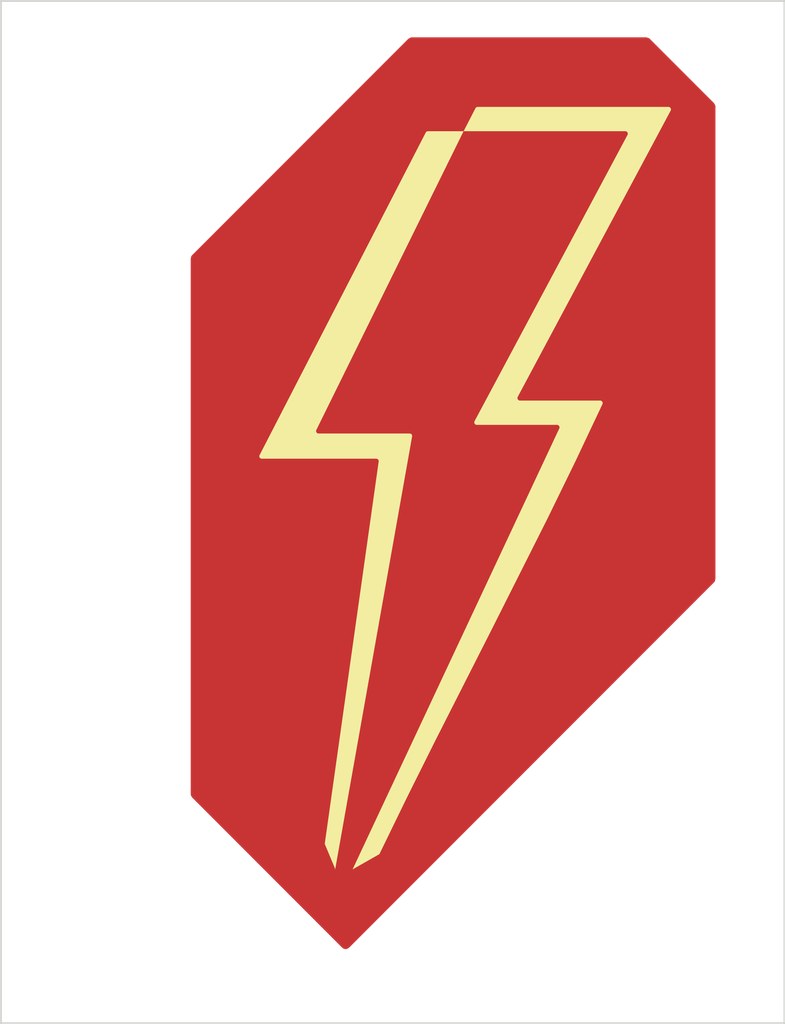
<source format=kicad_pcb>
(kicad_pcb
	(version 20241229)
	(generator "pcbnew")
	(generator_version "9.0")
	(general
		(thickness 1.6)
		(legacy_teardrops no)
	)
	(paper "A4")
	(layers
		(0 "F.Cu" signal)
		(2 "B.Cu" signal)
		(9 "F.Adhes" user "F.Adhesive")
		(11 "B.Adhes" user "B.Adhesive")
		(13 "F.Paste" user)
		(15 "B.Paste" user)
		(5 "F.SilkS" user "F.Silkscreen")
		(7 "B.SilkS" user "B.Silkscreen")
		(1 "F.Mask" user)
		(3 "B.Mask" user)
		(17 "Dwgs.User" user "User.Drawings")
		(19 "Cmts.User" user "User.Comments")
		(21 "Eco1.User" user "User.Eco1")
		(23 "Eco2.User" user "User.Eco2")
		(25 "Edge.Cuts" user)
		(27 "Margin" user)
		(31 "F.CrtYd" user "F.Courtyard")
		(29 "B.CrtYd" user "B.Courtyard")
		(35 "F.Fab" user)
		(33 "B.Fab" user)
		(39 "User.1" user)
		(41 "User.2" user)
		(43 "User.3" user)
		(45 "User.4" user)
	)
	(setup
		(pad_to_mask_clearance 0)
		(allow_soldermask_bridges_in_footprints no)
		(tenting front back)
		(pcbplotparams
			(layerselection 0x00000000_00000000_55555555_5755f5ff)
			(plot_on_all_layers_selection 0x00000000_00000000_00000000_00000000)
			(disableapertmacros no)
			(usegerberextensions no)
			(usegerberattributes yes)
			(usegerberadvancedattributes yes)
			(creategerberjobfile yes)
			(dashed_line_dash_ratio 12.000000)
			(dashed_line_gap_ratio 3.000000)
			(svgprecision 4)
			(plotframeref no)
			(mode 1)
			(useauxorigin no)
			(hpglpennumber 1)
			(hpglpenspeed 20)
			(hpglpendiameter 15.000000)
			(pdf_front_fp_property_popups yes)
			(pdf_back_fp_property_popups yes)
			(pdf_metadata yes)
			(pdf_single_document no)
			(dxfpolygonmode yes)
			(dxfimperialunits yes)
			(dxfusepcbnewfont yes)
			(psnegative no)
			(psa4output no)
			(plot_black_and_white yes)
			(sketchpadsonfab no)
			(plotpadnumbers no)
			(hidednponfab no)
			(sketchdnponfab yes)
			(crossoutdnponfab yes)
			(subtractmaskfromsilk no)
			(outputformat 1)
			(mirror no)
			(drillshape 1)
			(scaleselection 1)
			(outputdirectory "")
		)
	)
	(net 0 "")
	(gr_poly
		(pts
			(xy 136.991636 80.782559) (xy 136.996246 80.783023) (xy 137.000734 80.783783) (xy 137.005093 80.784827)
			(xy 137.009316 80.786142) (xy 137.013395 80.787718) (xy 137.017325 80.789543) (xy 137.021097 80.791604)
			(xy 137.024705 80.793891) (xy 137.028142 80.796391) (xy 137.031401 80.799093) (xy 137.034475 80.801985)
			(xy 137.037358 80.805056) (xy 137.040041 80.808293) (xy 137.042518 80.811685) (xy 137.044783 80.815221)
			(xy 137.046828 80.818888) (xy 137.048646 80.822675) (xy 137.05023 80.82657) (xy 137.051574 80.830562)
			(xy 137.05267 80.834639) (xy 137.053511 80.838789) (xy 137.054091 80.843) (xy 137.054402 80.847261)
			(xy 137.054437 80.85156) (xy 137.05419 80.855885) (xy 137.053654 80.860225) (xy 137.052821 80.864568)
			(xy 137.051684 80.868902) (xy 137.050238 80.873216) (xy 137.048474 80.877498) (xy 137.046385 80.881735)
			(xy 132.968856 88.505536) (xy 132.966765 88.509778) (xy 132.964999 88.514063) (xy 132.963551 88.51838)
			(xy 132.962413 88.522717) (xy 132.96158 88.527062) (xy 132.961044 88.531404) (xy 132.960798 88.53573)
			(xy 132.960834 88.54003) (xy 132.961147 88.544291) (xy 132.961728 88.548503) (xy 132.962572 88.552652)
			(xy 132.96367 88.556728) (xy 132.965016 88.560719) (xy 132.966603 88.564614) (xy 132.968424 88.568399)
			(xy 132.970472 88.572065) (xy 132.97274 88.575599) (xy 132.97522 88.57899) (xy 132.977906 88.582225)
			(xy 132.980792 88.585294) (xy 132.983868 88.588184) (xy 132.98713 88.590884) (xy 132.99057 88.593382)
			(xy 132.99418 88.595667) (xy 132.997954 88.597727) (xy 133.001884 88.59955) (xy 133.005965 88.601124)
			(xy 133.010188 88.602439) (xy 133.014547 88.603481) (xy 133.019034 88.604241) (xy 133.023644 88.604705)
			(xy 133.028368 88.604862) (xy 135.165943 88.604862) (xy 135.170519 88.60501) (xy 135.174991 88.605447)
			(xy 135.179351 88.606163) (xy 135.183593 88.607148) (xy 135.18771 88.608389) (xy 135.191695 88.609878)
			(xy 135.195543 88.611604) (xy 135.199245 88.613555) (xy 135.202795 88.615722) (xy 135.206188 88.618093)
			(xy 135.209415 88.620659) (xy 135.21247 88.623409) (xy 135.215347 88.626331) (xy 135.218038 88.629417)
			(xy 135.220538 88.632654) (xy 135.222839 88.636033) (xy 135.224935 88.639543) (xy 135.226819 88.643174)
			(xy 135.228484 88.646914) (xy 135.229923 88.650754) (xy 135.231131 88.654683) (xy 135.232099 88.658689)
			(xy 135.232822 88.662764) (xy 135.233293 88.666895) (xy 135.233505 88.671074) (xy 135.233451 88.675288)
			(xy 135.233124 88.679528) (xy 135.232519 88.683782) (xy 135.231628 88.688041) (xy 135.230444 88.692294)
			(xy 135.228962 88.696531) (xy 135.227173 88.70074) (xy 134.499897 90.238459) (xy 133.761957 91.748649)
			(xy 132.266284 94.7189) (xy 130.764548 97.676412) (xy 130.01903 99.170679) (xy 129.281145 100.686105)
			(xy 128.565078 101.093025) (xy 134.076002 89.348202) (xy 134.07779 89.343989) (xy 134.079272 89.339749)
			(xy 134.080455 89.335493) (xy 134.081344 89.331231) (xy 134.081947 89.326974) (xy 134.082271 89.322732)
			(xy 134.082322 89.318516) (xy 134.082107 89.314336) (xy 134.081633 89.310203) (xy 134.080907 89.306127)
			(xy 134.079935 89.30212) (xy 134.078724 89.29819) (xy 134.077281 89.29435) (xy 134.075613 89.290609)
			(xy 134.073726 89.286979) (xy 134.071627 89.283469) (xy 134.069324 89.28009) (xy 134.066822 89.276853)
			(xy 134.064128 89.273768) (xy 134.06125 89.270845) (xy 134.058194 89.268096) (xy 134.054967 89.265531)
			(xy 134.051575 89.26316) (xy 134.048025 89.260994) (xy 134.044325 89.259043) (xy 134.04048 89.257319)
			(xy 134.036498 89.25583) (xy 134.032386 89.254589) (xy 134.028149 89.253605) (xy 134.023796 89.252889)
			(xy 134.019332 89.252452) (xy 134.014764 89.252304) (xy 131.877226 89.252304) (xy 131.872501 89.252147)
			(xy 131.86789 89.251683) (xy 131.863402 89.250923) (xy 131.859042 89.24988) (xy 131.854819 89.248566)
			(xy 131.850738 89.246991) (xy 131.846806 89.245168) (xy 131.843032 89.243108) (xy 131.839421 89.240823)
			(xy 131.835982 89.238325) (xy 131.83272 89.235625) (xy 131.829643 89.232734) (xy 131.826758 89.229666)
			(xy 131.824071 89.226431) (xy 131.821591 89.223041) (xy 131.819323 89.219507) (xy 131.817276 89.215842)
			(xy 131.815455 89.212057) (xy 131.813868 89.208164) (xy 131.812522 89.204174) (xy 131.811424 89.200099)
			(xy 131.810581 89.195951) (xy 131.81 89.191742) (xy 131.809687 89.187483) (xy 131.809651 89.183185)
			(xy 131.809897 89.178861) (xy 131.810434 89.174522) (xy 131.811267 89.17018) (xy 131.812404 89.165847)
			(xy 131.813853 89.161534) (xy 131.815619 89.157253) (xy 131.81771 89.153015) (xy 135.895223 81.529194)
			(xy 135.89731 81.524953) (xy 135.899073 81.520668) (xy 135.900519 81.516352) (xy 135.901654 81.512015)
			(xy 135.902484 81.507671) (xy 135.903019 81.503329) (xy 135.903263 81.499003) (xy 135.903225 81.494703)
			(xy 135.902911 81.490442) (xy 135.902328 81.486231) (xy 135.901484 81.482081) (xy 135.900384 81.478005)
			(xy 135.899037 81.474014) (xy 135.89745 81.47012) (xy 135.895628 81.466334) (xy 135.89358 81.462668)
			(xy 135.891312 81.459134) (xy 135.888832 81.455743) (xy 135.886145 81.452507) (xy 135.88326 81.449439)
			(xy 135.880184 81.446548) (xy 135.876922 81.443848) (xy 135.873483 81.441349) (xy 135.869873 81.439064)
			(xy 135.866099 81.437004) (xy 135.862169 81.435181) (xy 135.858088 81.433606) (xy 135.853865 81.432292)
			(xy 135.849507 81.431249) (xy 135.845019 81.43049) (xy 135.84041 81.430025) (xy 135.835686 81.429868)
			(xy 131.525936 81.429868) (xy 131.840827 80.819101) (xy 131.843131 80.814988) (xy 131.845692 80.81108)
			(xy 131.848496 80.807385) (xy 131.85153 80.803911) (xy 131.85478 80.800667) (xy 131.858231 80.797661)
			(xy 131.861871 80.794901) (xy 131.865685 80.792397) (xy 131.869659 80.790155) (xy 131.87378 80.788185)
			(xy 131.878034 80.786496) (xy 131.882406 80.785095) (xy 131.886883 80.78399) (xy 131.891452 80.783191)
			(xy 131.896098 80.782705) (xy 131.900808 80.782541) (xy 136.986911 80.782401)
		)
		(stroke
			(width 0)
			(type solid)
		)
		(fill yes)
		(layer "F.SilkS")
		(uuid "245bc607-6a9c-4843-8691-f211a52a805c")
	)
	(gr_poly
		(pts
			(xy 128.16 101.22) (xy 128.160325 101.220398) (xy 128.160649 101.220785) (xy 128.161299 101.221525)
			(xy 128.161951 101.222228) (xy 128.162607 101.222899) (xy 128.163268 101.223545) (xy 128.163935 101.224172)
			(xy 128.16461 101.224787) (xy 128.165294 101.225397) (xy 128.165175 101.225299) (xy 128.165051 101.225206)
			(xy 128.164922 101.225119) (xy 128.164788 101.225037) (xy 128.16451 101.224886) (xy 128.16422 101.224747)
			(xy 128.163921 101.224618) (xy 128.163617 101.224495) (xy 128.163008 101.224249) (xy 128.162711 101.224119)
			(xy 128.162422 101.223978) (xy 128.162146 101.223823) (xy 128.162014 101.223739) (xy 128.161887 101.223649)
			(xy 128.161765 101.223555) (xy 128.161648 101.223454) (xy 128.161536 101.223346) (xy 128.161431 101.223232)
			(xy 128.161333 101.22311) (xy 128.161242 101.22298) (xy 128.161159 101.222842) (xy 128.161084 101.222694)
			(xy 128.159951 101.219991)
		)
		(stroke
			(width 0)
			(type solid)
		)
		(fill yes)
		(layer "F.SilkS")
		(uuid "af5c31ce-41b8-4714-9a4e-165def80c3d8")
	)
	(gr_poly
		(pts
			(xy 131.525907 81.429932) (xy 131.525885 81.429984) (xy 131.525861 81.430034) (xy 131.525836 81.430082)
			(xy 131.52581 81.430127) (xy 131.525783 81.43017) (xy 131.525755 81.430211) (xy 131.525726 81.43025)
			(xy 131.525697 81.430287) (xy 131.525667 81.430322) (xy 131.525606 81.430388) (xy 131.525544 81.43045)
			(xy 131.525482 81.430507) (xy 131.525359 81.430615) (xy 131.5253 81.430667) (xy 131.525244 81.430719)
			(xy 131.525192 81.430773) (xy 131.525167 81.430801) (xy 131.525143 81.43083) (xy 131.525121 81.43086)
			(xy 131.5251 81.430891) (xy 131.525081 81.430922) (xy 131.525063 81.430956) (xy 127.599351 89.387312)
			(xy 127.59749 89.391417) (xy 127.595933 89.395554) (xy 127.594674 89.399714) (xy 127.593705 89.403886)
			(xy 127.59302 89.408058) (xy 127.592614 89.41222) (xy 127.592478 89.416362) (xy 127.592607 89.420473)
			(xy 127.592994 89.424542) (xy 127.593633 89.428558) (xy 127.594516 89.432511) (xy 127.595638 89.436389)
			(xy 127.596991 89.440183) (xy 127.598569 89.443881) (xy 127.600365 89.447473) (xy 127.602374 89.450948)
			(xy 127.604588 89.454296) (xy 127.607 89.457505) (xy 127.609605 89.460565) (xy 127.612395 89.463465)
			(xy 127.615364 89.466195) (xy 127.618506 89.468744) (xy 127.621813 89.471101) (xy 127.625279 89.473255)
			(xy 127.628899 89.475195) (xy 127.632664 89.476912) (xy 127.636568 89.478394) (xy 127.640606 89.479631)
			(xy 127.644769 89.480611) (xy 127.649053 89.481325) (xy 127.653449 89.481761) (xy 127.657952 89.481909)
			(xy 130.088224 89.481909) (xy 130.092019 89.482016) (xy 130.095752 89.482332) (xy 130.099418 89.482853)
			(xy 130.103011 89.48357) (xy 130.106526 89.484479) (xy 130.109958 89.485574) (xy 130.113302 89.486847)
			(xy 130.116553 89.488293) (xy 130.119705 89.489906) (xy 130.122754 89.49168) (xy 130.125693 89.493608)
			(xy 130.128518 89.495685) (xy 130.131223 89.497904) (xy 130.133804 89.500259) (xy 130.136254 89.502744)
			(xy 130.13857 89.505353) (xy 130.140745 89.508079) (xy 130.142774 89.510917) (xy 130.144653 89.513861)
			(xy 130.146375 89.516904) (xy 130.147936 89.52004) (xy 130.14933 89.523263) (xy 130.150553 89.526567)
			(xy 130.151599 89.529945) (xy 130.152462 89.533393) (xy 130.153138 89.536903) (xy 130.153621 89.540469)
			(xy 130.153906 89.544085) (xy 130.153989 89.547745) (xy 130.153862 89.551444) (xy 130.153523 89.555174)
			(xy 130.152964 89.55893) (xy 128.108625 101.051991) (xy 128.108135 101.055072) (xy 128.107764 101.058101)
			(xy 128.107502 101.061082) (xy 128.107338 101.064022) (xy 128.10726 101.066923) (xy 128.107258 101.069793)
			(xy 128.107434 101.075454) (xy 128.108906 101.097779) (xy 127.829854 100.429445) (xy 127.829038 100.427407)
			(xy 127.828297 100.425344) (xy 127.827633 100.42326) (xy 127.827045 100.421155) (xy 127.826531 100.419032)
			(xy 127.826091 100.416893) (xy 127.825725 100.414741) (xy 127.825432 100.412577) (xy 127.825211 100.410403)
			(xy 127.825062 100.408222) (xy 127.824984 100.406036) (xy 127.824977 100.403847) (xy 127.82504 100.401657)
			(xy 127.825173 100.399468) (xy 127.825374 100.397282) (xy 127.825644 100.395102) (xy 129.26109 90.227812)
			(xy 129.261508 90.224125) (xy 129.261719 90.220468) (xy 129.261729 90.216846) (xy 129.261543 90.213267)
			(xy 129.261165 90.209734) (xy 129.260601 90.206254) (xy 129.259854 90.202833) (xy 129.258931 90.199476)
			(xy 129.257835 90.196189) (xy 129.256572 90.192978) (xy 129.255147 90.189848) (xy 129.253564 90.186805)
			(xy 129.251829 90.183855) (xy 129.249946 90.181004) (xy 129.24792 90.178256) (xy 129.245756 90.175619)
			(xy 129.243459 90.173097) (xy 129.241034 90.170697) (xy 129.238486 90.168424) (xy 129.235819 90.166283)
			(xy 129.233038 90.164281) (xy 129.230149 90.162423) (xy 129.227156 90.160715) (xy 129.224064 90.159162)
			(xy 129.220878 90.157771) (xy 129.217602 90.156547) (xy 129.214243 90.155495) (xy 129.210804 90.154622)
			(xy 129.20729 90.153933) (xy 129.203706 90.153434) (xy 129.200058 90.15313) (xy 129.19635 90.153028)
			(xy 126.144352 90.153028) (xy 126.139802 90.152878) (xy 126.135361 90.152435) (xy 126.131034 90.151711)
			(xy 126.12683 90.150717) (xy 126.122754 90.149463) (xy 126.118814 90.14796) (xy 126.115016 90.146219)
			(xy 126.111367 90.144252) (xy 126.107874 90.14207) (xy 126.104543 90.139682) (xy 126.101382 90.137101)
			(xy 126.098396 90.134337) (xy 126.095593 90.131402) (xy 126.09298 90.128305) (xy 126.090563 90.125059)
			(xy 126.088348 90.121674) (xy 126.086344 90.118161) (xy 126.084556 90.114531) (xy 126.082991 90.110796)
			(xy 126.081656 90.106965) (xy 126.080558 90.103051) (xy 126.079703 90.099064) (xy 126.079099 90.095015)
			(xy 126.078751 90.090914) (xy 126.078667 90.086774) (xy 126.078854 90.082605) (xy 126.079318 90.078418)
			(xy 126.080066 90.074223) (xy 126.081104 90.070033) (xy 126.08244 90.065857) (xy 126.08408 90.061708)
			(xy 126.086031 90.057595) (xy 130.515715 81.465559) (xy 130.517953 81.461566) (xy 130.520443 81.457773)
			(xy 130.52317 81.454189) (xy 130.526121 81.450821) (xy 130.529282 81.447676) (xy 130.53264 81.444764)
			(xy 130.536181 81.442092) (xy 130.539891 81.439667) (xy 130.543757 81.437498) (xy 130.547766 81.435592)
			(xy 130.551902 81.433958) (xy 130.556154 81.432603) (xy 130.560507 81.431536) (xy 130.564947 81.430763)
			(xy 130.569461 81.430294) (xy 130.574036 81.430136) (xy 131.525928 81.429876)
		)
		(stroke
			(width 0)
			(type solid)
		)
		(fill yes)
		(layer "F.SilkS")
		(uuid "cf5d6d7c-65a5-4cbd-a827-b5cf2ef9c900")
	)
	(gr_rect
		(start 119.19 77.96)
		(end 140.08 105.19)
		(stroke
			(width 0.05)
			(type default)
		)
		(fill no)
		(layer "Edge.Cuts")
		(uuid "35320a68-95b0-48dd-b445-7b81271b784c")
	)
	(zone
		(net 0)
		(net_name "")
		(layer "F.Cu")
		(uuid "d6241f8e-ac59-4246-b0c1-adee99206f14")
		(hatch edge 0.5)
		(priority 1)
		(connect_pads
			(clearance 0.5)
		)
		(min_thickness 0.25)
		(filled_areas_thickness no)
		(fill yes
			(thermal_gap 0.5)
			(thermal_bridge_width 0.5)
			(island_removal_mode 1)
			(island_area_min 10)
		)
		(polygon
			(pts
				(xy 130.09 78.93) (xy 136.45 78.93) (xy 138.24 80.72) (xy 138.24 93.41) (xy 128.38 103.27) (xy 124.25 99.14)
				(xy 124.25 84.77)
			)
		)
		(filled_polygon
			(layer "F.Cu")
			(island)
			(pts
				(xy 136.465677 78.949685) (xy 136.486319 78.966319) (xy 138.203681 80.683681) (xy 138.237166 80.745004)
				(xy 138.24 80.771362) (xy 138.24 93.358638) (xy 138.220315 93.425677) (xy 138.203681 93.446319)
				(xy 128.467681 103.182319) (xy 128.406358 103.215804) (xy 128.336666 103.21082) (xy 128.292319 103.182319)
				(xy 124.286319 99.176319) (xy 124.252834 99.114996) (xy 124.25 99.088638) (xy 124.25 84.821362)
				(xy 124.269685 84.754323) (xy 124.286319 84.733681) (xy 130.053681 78.966319) (xy 130.115004 78.932834)
				(xy 130.141362 78.93) (xy 136.398638 78.93)
			)
		)
	)
	(zone
		(net 0)
		(net_name "")
		(layers "*.Mask")
		(uuid "4895c955-a5e1-41b5-acab-d2161b80a0c5")
		(hatch edge 0.5)
		(priority 1)
		(connect_pads
			(clearance 0.5)
		)
		(min_thickness 0.25)
		(filled_areas_thickness no)
		(fill yes
			(thermal_gap 0.5)
			(thermal_bridge_width 0.5)
			(island_removal_mode 1)
			(island_area_min 10)
		)
		(polygon
			(pts
				(xy 131.525936 81.429868) (xy 135.835686 81.429868) (xy 135.84041 81.430025) (xy 135.845019 81.43049)
				(xy 135.849507 81.431249) (xy 135.853865 81.432292) (xy 135.858088 81.433606) (xy 135.862169 81.435181)
				(xy 135.866099 81.437004) (xy 135.869873 81.439064) (xy 135.873483 81.441349) (xy 135.880184 81.446548)
				(xy 135.88326 81.449439) (xy 135.886145 81.452507) (xy 135.888832 81.455743) (xy 135.891312 81.459134)
				(xy 135.89358 81.462668) (xy 135.895628 81.466334) (xy 135.89745 81.47012) (xy 135.899037 81.474014)
				(xy 135.900384 81.478005) (xy 135.901484 81.482081) (xy 135.902328 81.486231) (xy 135.902911 81.490442)
				(xy 135.903263 81.499003) (xy 135.902484 81.507671) (xy 135.901654 81.512015) (xy 135.900519 81.516352)
				(xy 135.899073 81.520668) (xy 135.89731 81.524953) (xy 135.895223 81.529194) (xy 131.81771 89.153015)
				(xy 131.811267 89.17018) (xy 131.809897 89.178861) (xy 131.809651 89.183185) (xy 131.81 89.191742)
				(xy 131.811424 89.200099) (xy 131.812921 89.205595) (xy 131.81555 89.212575) (xy 131.818489 89.218284)
				(xy 131.819323 89.219507) (xy 131.822535 89.224465) (xy 131.826758 89.229666) (xy 131.830392 89.233537)
				(xy 131.832763 89.235641) (xy 131.836005 89.238342) (xy 131.839421 89.240823) (xy 131.842738 89.242939)
				(xy 131.846684 89.245139) (xy 131.850738 89.246991) (xy 131.854785 89.248568) (xy 131.859087 89.249924)
				(xy 131.863402 89.250923) (xy 131.867848 89.251676) (xy 131.87257 89.252162) (xy 131.877226 89.252304)
				(xy 134.019332 89.252452) (xy 134.028149 89.253605) (xy 134.036498 89.25583) (xy 134.044325 89.259043)
				(xy 134.051575 89.26316) (xy 134.058194 89.268096) (xy 134.066822 89.276853) (xy 134.073726 89.286979)
				(xy 134.078724 89.29819) (xy 134.081633 89.310203) (xy 134.082271 89.322732) (xy 134.081344 89.331231)
				(xy 134.079272 89.339749) (xy 134.076002 89.348202) (xy 128.565078 101.093025) (xy 128.5327 101.132635)
				(xy 128.503599 101.160827) (xy 128.458128 101.200842) (xy 128.430014 101.219727) (xy 128.410056 101.22874)
				(xy 128.392887 101.237539) (xy 128.369709 101.243119) (xy 128.324443 101.248132) (xy 128.271696 101.25086)
				(xy 128.203489 101.239947) (xy 128.165294 101.225397) (xy 128.146196 101.212665) (xy 128.129826 101.180835)
				(xy 128.115275 101.133545) (xy 128.107338 101.064022) (xy 128.107338 101.062966) (xy 128.10809 101.055478)
				(xy 130.151438 89.566496) (xy 130.153614 89.554206) (xy 130.153924 89.549034) (xy 130.153924 89.543862)
				(xy 130.153577 89.539553) (xy 130.151599 89.529945) (xy 130.149931 89.524801) (xy 130.146935 89.517821)
				(xy 130.144663 89.513645) (xy 130.140197 89.507399) (xy 130.137908 89.504489) (xy 130.134319 89.500702)
				(xy 130.129939 89.496745) (xy 130.125746 89.493598) (xy 130.122844 89.491676) (xy 130.119114 89.489528)
				(xy 130.115911 89.487965) (xy 130.110956 89.485949) (xy 130.106439 89.484423) (xy 130.101879 89.483311)
				(xy 130.09948 89.482879) (xy 130.095752 89.482332) (xy 130.092087 89.482008) (xy 130.089933 89.481907)
				(xy 130.088891 89.481925) (xy 127.661498 89.481821) (xy 127.649792 89.481398) (xy 127.637774 89.478855)
				(xy 127.625629 89.473386) (xy 127.615391 89.466201) (xy 127.609361 89.460218) (xy 127.60385 89.453265)
				(xy 127.599611 89.445423) (xy 127.596983 89.440336) (xy 127.593804 89.429229) (xy 127.592628 89.421526)
				(xy 127.59267 89.411733) (xy 127.59356 89.404908) (xy 127.595383 89.397532) (xy 127.59593 89.395614)
				(xy 127.596853 89.393221) (xy 127.597475 89.391413) (xy 127.59902 89.38804) (xy 131.525063 81.430956)
				(xy 131.525063 81.430741)
			)
		)
		(filled_polygon
			(layer "F.Mask")
			(island)
			(pts
				(xy 135.808444 81.449553) (xy 135.854199 81.502357) (xy 135.864143 81.571515) (xy 135.850748 81.612349)
				(xy 131.817711 89.15301) (xy 131.817711 89.153011) (xy 131.811269 89.170171) (xy 131.811267 89.170178)
				(xy 131.809897 89.178863) (xy 131.809895 89.178872) (xy 131.80965 89.183175) (xy 131.80965 89.183178)
				(xy 131.81 89.191737) (xy 131.81 89.191743) (xy 131.811425 89.200102) (xy 131.812919 89.205589)
				(xy 131.81292 89.205593) (xy 131.81555 89.212575) (xy 131.818491 89.218287) (xy 131.818505 89.218308)
				(xy 131.820101 89.22071) (xy 131.822532 89.224461) (xy 131.826752 89.229659) (xy 131.826754 89.229661)
				(xy 131.830397 89.233542) (xy 131.832763 89.235642) (xy 131.836 89.238338) (xy 131.836002 89.238339)
				(xy 131.839411 89.240816) (xy 131.839435 89.240832) (xy 131.842716 89.242925) (xy 131.842735 89.242937)
				(xy 131.846688 89.245141) (xy 131.850718 89.246982) (xy 131.850752 89.246996) (xy 131.85478 89.248566)
				(xy 131.854791 89.24857) (xy 131.859071 89.249919) (xy 131.863417 89.250925) (xy 131.86344 89.25093)
				(xy 131.867813 89.251671) (xy 131.867841 89.251674) (xy 131.872571 89.252161) (xy 131.872577 89.252162)
				(xy 131.877222 89.252304) (xy 133.925786 89.252445) (xy 133.992824 89.272134) (xy 134.038575 89.324941)
				(xy 134.048514 89.3941) (xy 134.038034 89.429118) (xy 128.571604 101.079114) (xy 128.555354 101.104918)
				(xy 128.537251 101.127065) (xy 128.527525 101.137648) (xy 128.505733 101.15876) (xy 128.50137 101.162788)
				(xy 128.464195 101.195502) (xy 128.451422 101.205346) (xy 128.438648 101.213927) (xy 128.420546 101.224002)
				(xy 128.410045 101.228744) (xy 128.410039 101.228747) (xy 128.406034 101.2308) (xy 128.3785 101.241002)
				(xy 128.377299 101.241291) (xy 128.361938 101.243979) (xy 128.32804 101.247733) (xy 128.320795 101.248321)
				(xy 128.28477 101.250184) (xy 128.258777 101.248792) (xy 128.221367 101.242807) (xy 128.158279 101.212779)
				(xy 128.122441 101.156837) (xy 128.118656 101.144538) (xy 128.113971 101.122128) (xy 128.109089 101.07936)
				(xy 128.110205 101.043584) (xy 130.151447 89.566449) (xy 130.153612 89.554215) (xy 130.153614 89.554202)
				(xy 130.153923 89.549048) (xy 130.153924 89.54902) (xy 130.153924 89.543858) (xy 130.153923 89.543856)
				(xy 130.153577 89.539557) (xy 130.153577 89.539553) (xy 130.1516 89.529949) (xy 130.151596 89.529936)
				(xy 130.149931 89.524802) (xy 130.146939 89.517831) (xy 130.146934 89.517819) (xy 130.144662 89.513643)
				(xy 130.144659 89.513638) (xy 130.140206 89.50741) (xy 130.137912 89.504494) (xy 130.137898 89.504478)
				(xy 130.134323 89.500706) (xy 130.12995 89.496755) (xy 130.129931 89.496739) (xy 130.125736 89.493591)
				(xy 130.122846 89.491676) (xy 130.119125 89.489533) (xy 130.119114 89.489528) (xy 130.115915 89.487967)
				(xy 130.115888 89.487955) (xy 130.110946 89.485945) (xy 130.110945 89.485944) (xy 130.106448 89.484425)
				(xy 130.106432 89.48442) (xy 130.101888 89.483312) (xy 130.099477 89.482878) (xy 130.095751 89.482332)
				(xy 130.095755 89.482332) (xy 130.092082 89.482007) (xy 130.089915 89.481906) (xy 130.089867 89.481907)
				(xy 130.087795 89.481924) (xy 127.752195 89.481824) (xy 127.685156 89.462137) (xy 127.639403 89.409331)
				(xy 127.629463 89.340172) (xy 127.640999 89.302957) (xy 131.491489 81.499001) (xy 131.538805 81.447591)
				(xy 131.60269 81.429868) (xy 135.741405 81.429868)
			)
		)
		(filled_polygon
			(layer "B.Mask")
			(island)
			(pts
				(xy 135.808444 81.449553) (xy 135.854199 81.502357) (xy 135.864143 81.571515) (xy 135.850748 81.612349)
				(xy 131.817711 89.15301) (xy 131.817711 89.153011) (xy 131.811269 89.170171) (xy 131.811267 89.170178)
				(xy 131.809897 89.178863) (xy 131.809895 89.178872) (xy 131.80965 89.183175) (xy 131.80965 89.183178)
				(xy 131.81 89.191737) (xy 131.81 89.191743) (xy 131.811425 89.200102) (xy 131.812919 89.205589)
				(xy 131.81292 89.205593) (xy 131.81555 89.212575) (xy 131.818491 89.218287) (xy 131.818505 89.218308)
				(xy 131.820101 89.22071) (xy 131.822532 89.224461) (xy 131.826752 89.229659) (xy 131.826754 89.229661)
				(xy 131.830397 89.233542) (xy 131.832763 89.235642) (xy 131.836 89.238338) (xy 131.836002 89.238339)
				(xy 131.839411 89.240816) (xy 131.839435 89.240832) (xy 131.842716 89.242925) (xy 131.842735 89.242937)
				(xy 131.846688 89.245141) (xy 131.850718 89.246982) (xy 131.850752 89.246996) (xy 131.85478 89.248566)
				(xy 131.854791 89.24857) (xy 131.859071 89.249919) (xy 131.863417 89.250925) (xy 131.86344 89.25093)
				(xy 131.867813 89.251671) (xy 131.867841 89.251674) (xy 131.872571 89.252161) (xy 131.872577 89.252162)
				(xy 131.877222 89.252304) (xy 133.925786 89.252445) (xy 133.992824 89.272134) (xy 134.038575 89.324941)
				(xy 134.048514 89.3941) (xy 134.038034 89.429118) (xy 128.571604 101.079114) (xy 128.555354 101.104918)
				(xy 128.537251 101.127065) (xy 128.527525 101.137648) (xy 128.505733 101.15876) (xy 128.50137 101.162788)
				(xy 128.464195 101.195502) (xy 128.451422 101.205346) (xy 128.438648 101.213927) (xy 128.420546 101.224002)
				(xy 128.410045 101.228744) (xy 128.410039 101.228747) (xy 128.406034 101.2308) (xy 128.3785 101.241002)
				(xy 128.377299 101.241291) (xy 128.361938 101.243979) (xy 128.32804 101.247733) (xy 128.320795 101.248321)
				(xy 128.28477 101.250184) (xy 128.258777 101.248792) (xy 128.221367 101.242807) (xy 128.158279 101.212779)
				(xy 128.122441 101.156837) (xy 128.118656 101.144538) (xy 128.113971 101.122128) (xy 128.109089 101.07936)
				(xy 128.110205 101.043584) (xy 130.151447 89.566449) (xy 130.153612 89.554215) (xy 130.153614 89.554202)
				(xy 130.153923 89.549048) (xy 130.153924 89.54902) (xy 130.153924 89.543858) (xy 130.153923 89.543856)
				(xy 130.153577 89.539557) (xy 130.153577 89.539553) (xy 130.1516 89.529949) (xy 130.151596 89.529936)
				(xy 130.149931 89.524802) (xy 130.146939 89.517831) (xy 130.146934 89.517819) (xy 130.144662 89.513643)
				(xy 130.144659 89.513638) (xy 130.140206 89.50741) (xy 130.137912 89.504494) (xy 130.137898 89.504478)
				(xy 130.134323 89.500706) (xy 130.12995 89.496755) (xy 130.129931 89.496739) (xy 130.125736 89.493591)
				(xy 130.122846 89.491676) (xy 130.119125 89.489533) (xy 130.119114 89.489528) (xy 130.115915 89.487967)
				(xy 130.115888 89.487955) (xy 130.110946 89.485945) (xy 130.110945 89.485944) (xy 130.106448 89.484425)
				(xy 130.106432 89.48442) (xy 130.101888 89.483312) (xy 130.099477 89.482878) (xy 130.095751 89.482332)
				(xy 130.095755 89.482332) (xy 130.092082 89.482007) (xy 130.089915 89.481906) (xy 130.089867 89.481907)
				(xy 130.087795 89.481924) (xy 127.752195 89.481824) (xy 127.685156 89.462137) (xy 127.639403 89.409331)
				(xy 127.629463 89.340172) (xy 127.640999 89.302957) (xy 131.491489 81.499001) (xy 131.538805 81.447591)
				(xy 131.60269 81.429868) (xy 135.741405 81.429868)
			)
		)
	)
	(group ""
		(uuid "d776290a-1a41-4542-ab3b-a6c2c0677ec4")
		(members "245bc607-6a9c-4843-8691-f211a52a805c" "af5c31ce-41b8-4714-9a4e-165def80c3d8"
			"cf5d6d7c-65a5-4cbd-a827-b5cf2ef9c900"
		)
	)
	(embedded_fonts no)
)

</source>
